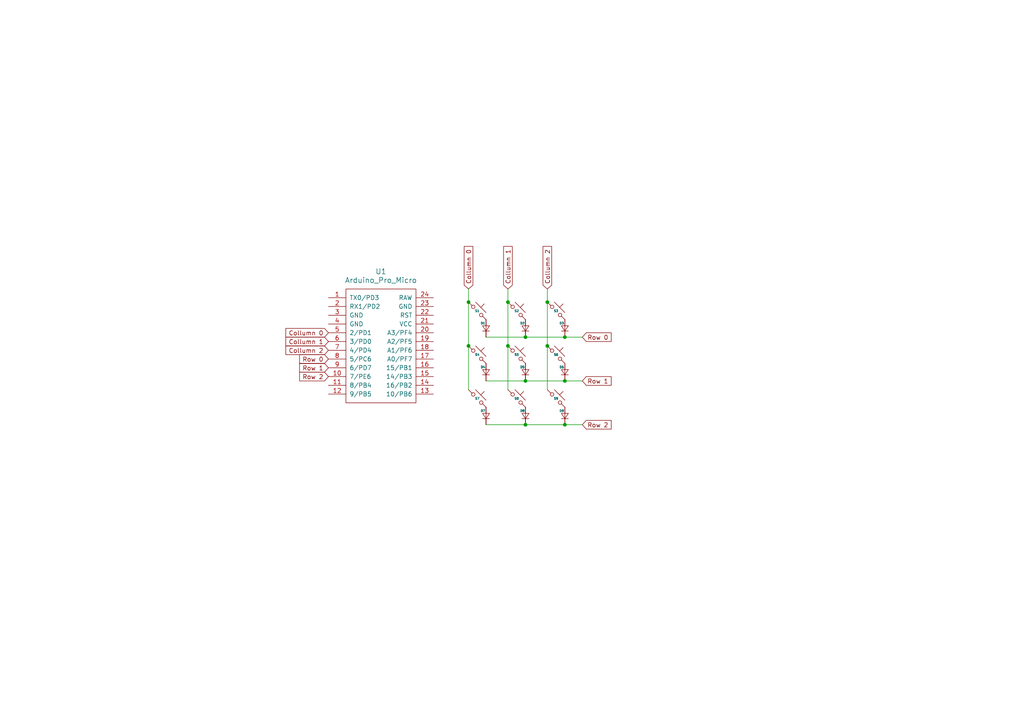
<source format=kicad_sch>
(kicad_sch (version 20250114) (generator "eeschema") (generator_version "9.0")
  (paper "A4")
  (lib_symbols
    (symbol "ScottoKeebs:MCU_Arduino_Pro_Micro" (pin_names (offset 1.016))
      (property "Reference" "U" (at 0 0 0))
      (property "Value" "Arduino_Pro_Micro" (at 0 -19.05 0))
      (symbol "MCU_Arduino_Pro_Micro_0_1"
        (rectangle (start -10.16 16.51) (end 10.16 -16.51))
      )
      (symbol "MCU_Arduino_Pro_Micro_1_1"
        (pin input line (at -15.24 13.97 0) (length 5.08) (name "TX0/PD3") (number "1"))
        (pin input line (at -15.24 11.43 0) (length 5.08) (name "RX1/PD2") (number "2"))
        (pin input line (at -15.24 8.89 0) (length 5.08) (name "GND") (number "3"))
        (pin input line (at -15.24 6.35 0) (length 5.08) (name "GND") (number "4"))
        (pin input line (at -15.24 3.81 0) (length 5.08) (name "2/PD1") (number "5"))
        (pin input line (at -15.24 1.27 0) (length 5.08) (name "3/PD0") (number "6"))
        (pin input line (at -15.24 -1.27 0) (length 5.08) (name "4/PD4") (number "7"))
        (pin input line (at -15.24 -3.81 0) (length 5.08) (name "5/PC6") (number "8"))
        (pin input line (at -15.24 -6.35 0) (length 5.08) (name "6/PD7") (number "9"))
        (pin input line (at -15.24 -8.89 0) (length 5.08) (name "7/PE6") (number "10"))
        (pin input line (at -15.24 -11.43 0) (length 5.08) (name "8/PB4") (number "11"))
        (pin input line (at -15.24 -13.97 0) (length 5.08) (name "9/PB5") (number "12"))
        (pin input line (at 15.24 13.97 180) (length 5.08) (name "RAW") (number "24"))
        (pin input line (at 15.24 11.43 180) (length 5.08) (name "GND") (number "23"))
        (pin input line (at 15.24 8.89 180) (length 5.08) (name "RST") (number "22"))
        (pin input line (at 15.24 6.35 180) (length 5.08) (name "VCC") (number "21"))
        (pin input line (at 15.24 3.81 180) (length 5.08) (name "A3/PF4") (number "20"))
        (pin input line (at 15.24 1.27 180) (length 5.08) (name "A2/PF5") (number "19"))
        (pin input line (at 15.24 -1.27 180) (length 5.08) (name "A1/PF6") (number "18"))
        (pin input line (at 15.24 -3.81 180) (length 5.08) (name "A0/PF7") (number "17"))
        (pin input line (at 15.24 -6.35 180) (length 5.08) (name "15/PB1") (number "16"))
        (pin input line (at 15.24 -8.89 180) (length 5.08) (name "14/PB3") (number "15"))
        (pin input line (at 15.24 -11.43 180) (length 5.08) (name "16/PB2") (number "14"))
        (pin input line (at 15.24 -13.97 180) (length 5.08) (name "10/PB6") (number "13"))
      )
    )
    (symbol "ScottoKeebs:Placeholder_Diode" (pin_numbers (hide yes)) (pin_names (hide yes))
      (property "Reference" "D" (at -0.15 1.066 0))
      (symbol "Placeholder_Diode_0_1"
        (polyline (pts (xy 0 -0.762) (xy 0 0.762)))
      )
      (symbol "Placeholder_Diode_1_1"
        (polyline (pts (xy 1.016 0.762) (xy 0 -0.762) (xy -1.016 0.762) (xy 1.016 0.762)) (stroke (width 0.1524)))
        (polyline (pts (xy 1.016 -0.762) (xy -1.016 -0.762)) (stroke (width 0.1524)))
        (pin passive line (at 0 2.54 270) (length 1.778) (name "A") (number "2"))
        (pin passive line (at 0 -2.54 90) (length 1.778) (name "K") (number "1"))
      )
    )
    (symbol "ScottoKeebs:Placeholder_Keyswitch" (pin_numbers (hide yes)) (pin_names (offset 1.016) (hide yes))
      (property "Reference" "S" (at 0 0 0))
      (symbol "Placeholder_Keyswitch_0_1"
        (polyline (pts (xy -2.54 2.54) (xy -1.524 1.524) (xy -1.524 1.524)))
        (circle (center -1.1684 1.1684) (radius 0.508))
        (polyline (pts (xy -0.508 2.54) (xy 2.54 -0.508)))
        (polyline (pts (xy 1.016 1.016) (xy 2.032 2.032)))
        (circle (center 1.143 -1.1938) (radius 0.508))
        (polyline (pts (xy 1.524 -1.524) (xy 2.54 -2.54) (xy 2.54 -2.54) (xy 2.54 -2.54)))
        (pin passive line (at -2.54 2.54 0) (length 0) (name "1") (number "1"))
        (pin passive line (at 2.54 -2.54 180) (length 0) (name "2") (number "2"))
      )
    )
  )
  (junction (at 163.83 110.49))
  (junction (at 152.4 123.19))
  (junction (at 163.83 97.79))
  (junction (at 135.89 100.33))
  (junction (at 135.89 87.63))
  (junction (at 163.83 123.19))
  (junction (at 158.75 87.63))
  (junction (at 147.32 87.63))
  (junction (at 152.4 97.79))
  (junction (at 152.4 110.49))
  (junction (at 147.32 100.33))
  (junction (at 158.75 100.33))
  (wire (pts (xy 147.32 100.33) (xy 147.32 113.03)))
  (wire (pts (xy 152.4 110.49) (xy 163.83 110.49)))
  (wire (pts (xy 168.91 110.49) (xy 163.83 110.49)))
  (wire (pts (xy 147.32 87.63) (xy 147.32 100.33)))
  (wire (pts (xy 135.89 87.63) (xy 135.89 100.33)))
  (wire (pts (xy 147.32 83.82) (xy 147.32 87.63)))
  (wire (pts (xy 140.97 97.79) (xy 152.4 97.79)))
  (wire (pts (xy 168.91 123.19) (xy 163.83 123.19)))
  (wire (pts (xy 135.89 83.82) (xy 135.89 87.63)))
  (wire (pts (xy 152.4 97.79) (xy 163.83 97.79)))
  (wire (pts (xy 140.97 110.49) (xy 152.4 110.49)))
  (wire (pts (xy 158.75 83.82) (xy 158.75 87.63)))
  (wire (pts (xy 152.4 123.19) (xy 163.83 123.19)))
  (wire (pts (xy 140.97 123.19) (xy 152.4 123.19)))
  (wire (pts (xy 158.75 87.63) (xy 158.75 100.33)))
  (wire (pts (xy 158.75 100.33) (xy 158.75 113.03)))
  (wire (pts (xy 135.89 100.33) (xy 135.89 113.03)))
  (wire (pts (xy 168.91 97.79) (xy 163.83 97.79)))
  (global_label "Collumn 0" (shape input) (at 95.25 96.52 180) (property "Intersheetrefs" "${INTERSHEET_REFS}" (effects (hide yes))))
  (global_label "Row 0" (shape input) (at 95.25 104.14 180) (property "Intersheetrefs" "${INTERSHEET_REFS}" (effects (hide yes))))
  (global_label "Collumn 0" (shape input) (at 135.89 83.82 90) (property "Intersheetrefs" "${INTERSHEET_REFS}" (effects (hide yes))))
  (global_label "Collumn 1" (shape input) (at 95.25 99.06 180) (property "Intersheetrefs" "${INTERSHEET_REFS}" (effects (hide yes))))
  (global_label "Row 1" (shape input) (at 168.91 110.49 0) (property "Intersheetrefs" "${INTERSHEET_REFS}" (effects (hide yes))))
  (global_label "Collumn 2" (shape input) (at 95.25 101.6 180) (property "Intersheetrefs" "${INTERSHEET_REFS}" (effects (hide yes))))
  (global_label "Row 0" (shape input) (at 168.91 97.79 0) (property "Intersheetrefs" "${INTERSHEET_REFS}" (effects (hide yes))))
  (global_label "Row 2" (shape input) (at 95.25 109.22 180) (property "Intersheetrefs" "${INTERSHEET_REFS}" (effects (hide yes))))
  (global_label "Collumn 1" (shape input) (at 147.32 83.82 90) (property "Intersheetrefs" "${INTERSHEET_REFS}" (effects (hide yes))))
  (global_label "Row 2" (shape input) (at 168.91 123.19 0) (property "Intersheetrefs" "${INTERSHEET_REFS}" (effects (hide yes))))
  (global_label "Row 1" (shape input) (at 95.25 106.68 180) (property "Intersheetrefs" "${INTERSHEET_REFS}" (effects (hide yes))))
  (global_label "Collumn 2" (shape input) (at 158.75 83.82 90) (property "Intersheetrefs" "${INTERSHEET_REFS}" (effects (hide yes))))
  (symbol (lib_id "ScottoKeebs:Placeholder_Diode") (at 140.97 120.65 0) (unit 1)
    (property "Reference" "D7" (at 140.82 119.584 0) (effects (font (size 0.635 0.635) (thickness 0.127) (bold yes)) (justify right bottom)))
    (property "Footprint" "ScottoKeebs_Components:Diode_DO-35" (effects (hide yes)))
  )
  (symbol (lib_id "ScottoKeebs:Placeholder_Diode") (at 163.83 95.25 0) (unit 1)
    (property "Reference" "D3" (at 163.68 94.184 0) (effects (font (size 0.635 0.635) (thickness 0.127) (bold yes)) (justify right bottom)))
    (property "Footprint" "ScottoKeebs_Components:Diode_DO-35" (effects (hide yes)))
  )
  (symbol (lib_id "ScottoKeebs:Placeholder_Keyswitch") (at 138.43 102.87 0) (unit 1)
    (property "Reference" "S4" (at 138.43 102.87 0) (effects (font (size 0.635 0.635) (thickness 0.127) (bold yes))))
    (property "Footprint" "ScottoKeebs_MX:MX_PCB_1.00u" (effects (hide yes)))
  )
  (symbol (lib_id "ScottoKeebs:MCU_Arduino_Pro_Micro") (at 110.49 100.33 0) (unit 1)
    (property "Reference" "U1" (at 110.49 78.74 0) (effects (font (size 1.524 1.524))))
    (property "Value" "Arduino_Pro_Micro" (at 110.49 81.28 0) (effects (font (size 1.524 1.524))))
    (property "Footprint" "ScottoKeebs_MCU:Arduino_Pro_Micro" (effects (hide yes)))
  )
  (symbol (lib_id "ScottoKeebs:Placeholder_Keyswitch") (at 161.29 115.57 0) (unit 1)
    (property "Reference" "S9" (at 161.29 115.57 0) (effects (font (size 0.635 0.635) (thickness 0.127) (bold yes))))
    (property "Footprint" "ScottoKeebs_MX:MX_PCB_1.00u" (effects (hide yes)))
  )
  (symbol (lib_id "ScottoKeebs:Placeholder_Keyswitch") (at 149.86 102.87 0) (unit 1)
    (property "Reference" "S5" (at 149.86 102.87 0) (effects (font (size 0.635 0.635) (thickness 0.127) (bold yes))))
    (property "Footprint" "ScottoKeebs_MX:MX_PCB_1.00u" (effects (hide yes)))
  )
  (symbol (lib_id "ScottoKeebs:Placeholder_Diode") (at 163.83 107.95 0) (unit 1)
    (property "Reference" "D6" (at 163.68 106.884 0) (effects (font (size 0.635 0.635) (thickness 0.127) (bold yes)) (justify right bottom)))
    (property "Footprint" "ScottoKeebs_Components:Diode_DO-35" (effects (hide yes)))
  )
  (symbol (lib_id "ScottoKeebs:Placeholder_Keyswitch") (at 149.86 115.57 0) (unit 1)
    (property "Reference" "S8" (at 149.86 115.57 0) (effects (font (size 0.635 0.635) (thickness 0.127) (bold yes))))
    (property "Footprint" "ScottoKeebs_MX:MX_PCB_1.00u" (effects (hide yes)))
  )
  (symbol (lib_id "ScottoKeebs:Placeholder_Diode") (at 140.97 107.95 0) (unit 1)
    (property "Reference" "D4" (at 140.82 106.884 0) (effects (font (size 0.635 0.635) (thickness 0.127) (bold yes)) (justify right bottom)))
    (property "Footprint" "ScottoKeebs_Components:Diode_DO-35" (effects (hide yes)))
  )
  (symbol (lib_id "ScottoKeebs:Placeholder_Keyswitch") (at 161.29 102.87 0) (unit 1)
    (property "Reference" "S6" (at 161.29 102.87 0) (effects (font (size 0.635 0.635) (thickness 0.127) (bold yes))))
    (property "Footprint" "ScottoKeebs_MX:MX_PCB_1.00u" (effects (hide yes)))
  )
  (symbol (lib_id "ScottoKeebs:Placeholder_Diode") (at 163.83 120.65 0) (unit 1)
    (property "Reference" "D9" (at 163.68 119.584 0) (effects (font (size 0.635 0.635) (thickness 0.127) (bold yes)) (justify right bottom)))
    (property "Footprint" "ScottoKeebs_Components:Diode_DO-35" (effects (hide yes)))
  )
  (symbol (lib_id "ScottoKeebs:Placeholder_Keyswitch") (at 138.43 115.57 0) (unit 1)
    (property "Reference" "S7" (at 138.43 115.57 0) (effects (font (size 0.635 0.635) (thickness 0.127) (bold yes))))
    (property "Footprint" "ScottoKeebs_MX:MX_PCB_1.00u" (effects (hide yes)))
  )
  (symbol (lib_id "ScottoKeebs:Placeholder_Diode") (at 152.4 107.95 0) (unit 1)
    (property "Reference" "D5" (at 152.25 106.884 0) (effects (font (size 0.635 0.635) (thickness 0.127) (bold yes)) (justify right bottom)))
    (property "Footprint" "ScottoKeebs_Components:Diode_DO-35" (effects (hide yes)))
  )
  (symbol (lib_id "ScottoKeebs:Placeholder_Keyswitch") (at 161.29 90.17 0) (unit 1)
    (property "Reference" "S3" (at 161.29 90.17 0) (effects (font (size 0.635 0.635) (thickness 0.127) (bold yes))))
    (property "Footprint" "ScottoKeebs_MX:MX_PCB_1.00u" (effects (hide yes)))
  )
  (symbol (lib_id "ScottoKeebs:Placeholder_Diode") (at 152.4 120.65 0) (unit 1)
    (property "Reference" "D8" (at 152.25 119.584 0) (effects (font (size 0.635 0.635) (thickness 0.127) (bold yes)) (justify right bottom)))
    (property "Footprint" "ScottoKeebs_Components:Diode_DO-35" (effects (hide yes)))
  )
  (symbol (lib_id "ScottoKeebs:Placeholder_Keyswitch") (at 138.43 90.17 0) (unit 1)
    (property "Reference" "S1" (at 138.43 90.17 0) (effects (font (size 0.635 0.635) (thickness 0.127) (bold yes))))
    (property "Footprint" "ScottoKeebs_MX:MX_PCB_1.00u" (effects (hide yes)))
  )
  (symbol (lib_id "ScottoKeebs:Placeholder_Diode") (at 152.4 95.25 0) (unit 1)
    (property "Reference" "D2" (at 152.25 94.184 0) (effects (font (size 0.635 0.635) (thickness 0.127) (bold yes)) (justify right bottom)))
    (property "Footprint" "ScottoKeebs_Components:Diode_DO-35" (effects (hide yes)))
  )
  (symbol (lib_id "ScottoKeebs:Placeholder_Keyswitch") (at 149.86 90.17 0) (unit 1)
    (property "Reference" "S2" (at 149.86 90.17 0) (effects (font (size 0.635 0.635) (thickness 0.127) (bold yes))))
    (property "Footprint" "ScottoKeebs_MX:MX_PCB_1.00u" (effects (hide yes)))
  )
  (symbol (lib_id "ScottoKeebs:Placeholder_Diode") (at 140.97 95.25 0) (unit 1)
    (property "Reference" "D1" (at 140.82 94.184 0) (effects (font (size 0.635 0.635) (thickness 0.127) (bold yes)) (justify right bottom)))
    (property "Footprint" "ScottoKeebs_Components:Diode_DO-35" (effects (hide yes)))
  )
)
</source>
